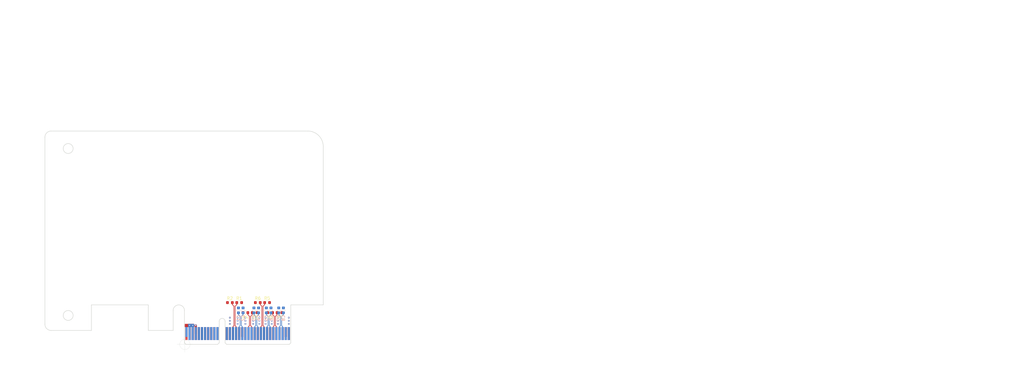
<source format=kicad_pcb>
(kicad_pcb (version 20240108) (generator "pcbnew") (generator_version "8.0")
  (title_block (title "PCIexpress_x16_full") (company "Author: Luca Anastasio"))
  (layers (0 "F.Cu" power) (1 "In1.Cu" power) (2 "In2.Cu" power) (31 "B.Cu" power) (34 "B.Paste" user) (35 "F.Paste" user) (36 "B.SilkS" user "B.Silkscreen") (37 "F.SilkS" user "F.Silkscreen") (38 "B.Mask" user) (39 "F.Mask" user) (44 "Edge.Cuts" user))
  (net 0 "")
  (net 1 "GND")
  (net 2 "Net-(J2-PadA32)")
  (net 3 "Net-(J2-PadA19)")
  (net 4 "+12V")
  (net 5 "+3V3")
  (net 6 "+3.3VA")
  (net 7 "Net-(J2-PadB12)")
  (net 8 "Net-(J2-PadB30)")
  (net 9 "/PER0_P")
  (net 10 "/PER0_N")
  (net 11 "/PER1_P")
  (net 12 "/PER1_N")
  (net 13 "/PER2_P")
  (net 14 "/PER2_N")
  (net 15 "/PER3_P")
  (net 16 "/PER3_N")
  (net 17 "/~{PRSNT2x4}")
  (net 18 "/PET3_N")
  (net 19 "/PET3_P")
  (net 20 "/PET2_N")
  (net 21 "/PET2_P")
  (net 22 "/PET1_N")
  (net 23 "/PET1_P")
  (net 24 "/SMCLK")
  (net 25 "/SMDAT")
  (net 26 "/~{TRST}")
  (net 27 "/~{WAKE}")
  (net 28 "/PET0_P")
  (net 29 "/PET0_N")
  (net 30 "/~{PRSNT2x1}")
  (net 31 "/~{PRSNT1}")
  (net 32 "/TCK")
  (net 33 "/TDI")
  (net 34 "/TDO")
  (net 35 "/TMS")
  (net 36 "/~{PERST}")
  (net 37 "/REFCLK-")
  (net 38 "/REFCLK+")
  (net 39 "/PCIexpress_connector/_PER0_P")
  (net 40 "/PCIexpress_connector/_PER0_N")
  (net 41 "/PCIexpress_connector/_PER1_P")
  (net 42 "/PCIexpress_connector/_PER1_N")
  (net 43 "/PCIexpress_connector/_PER2_P")
  (net 44 "/PCIexpress_connector/_PER2_N")
  (net 45 "/PCIexpress_connector/_PER3_P")
  (net 46 "/PCIexpress_connector/_PER3_N")
  (footprint "PCIexpress:PCIexpress_bracket_low" (layer "F.Cu") (at 109.625 194.125)
    (property "Reference" "J1" (hide yes))
    (property "Value" "PCIexpress_bracket")
  )
  (footprint "Resistor_SMD:R_0603_1608Metric" (layer "F.Cu") (at 127.125 180.625)
    (property "Reference" "R1" (at 0 -1.375 0) (layer "F.SilkS"))
    (property "Value" "49.9")
    (fp_line (start -0.162779 -0.51) (end 0.162779 -0.51) (stroke (width 0.12)) (layer "F.SilkS"))
    (fp_line (start -0.162779 0.51) (end 0.162779 0.51) (stroke (width 0.12)) (layer "F.SilkS"))
    (pad "1" smd roundrect (at -0.7875 0) (size 0.875 0.95) (layers "F.Cu" "F.Paste" "F.Mask") (net 29 "/PET0_N"))
    (pad "2" smd roundrect (at 0.7875 0) (size 0.875 0.95) (layers "F.Cu" "F.Paste" "F.Mask") (net 1 "GND"))
  )
  (footprint "Resistor_SMD:R_0603_1608Metric" (layer "F.Cu") (at 124.125 180.625 180)
    (property "Reference" "R2" (at 0 1.375 0) (layer "F.SilkS"))
    (property "Value" "49.9")
    (fp_line (start -0.162779 0.51) (end 0.162779 0.51) (stroke (width 0.12)) (layer "F.SilkS"))
    (fp_line (start -0.162779 -0.51) (end 0.162779 -0.51) (stroke (width 0.12)) (layer "F.SilkS"))
    (pad "1" smd roundrect (at -0.7875 0 180) (size 0.875 0.95) (layers "F.Cu" "F.Paste" "F.Mask") (net 28 "/PET0_P"))
    (pad "2" smd roundrect (at 0.7875 0 180) (size 0.875 0.95) (layers "F.Cu" "F.Paste" "F.Mask") (net 1 "GND"))
  )
  (footprint "Resistor_SMD:R_0603_1608Metric" (layer "F.Cu") (at 136.125 180.625)
    (property "Reference" "R5" (at 0 -1.375 0) (layer "F.SilkS"))
    (property "Value" "49.9")
    (fp_line (start -0.162779 -0.51) (end 0.162779 -0.51) (stroke (width 0.12)) (layer "F.SilkS"))
    (fp_line (start -0.162779 0.51) (end 0.162779 0.51) (stroke (width 0.12)) (layer "F.SilkS"))
    (pad "1" smd roundrect (at -0.7875 0) (size 0.875 0.95) (layers "F.Cu" "F.Paste" "F.Mask") (net 20 "/PET2_N"))
    (pad "2" smd roundrect (at 0.7875 0) (size 0.875 0.95) (layers "F.Cu" "F.Paste" "F.Mask") (net 1 "GND"))
  )
  (footprint "Resistor_SMD:R_0603_1608Metric" (layer "F.Cu") (at 133.125 180.625 180)
    (property "Reference" "R6" (at 0 1.375 0) (layer "F.SilkS"))
    (property "Value" "49.9")
    (fp_line (start -0.162779 0.51) (end 0.162779 0.51) (stroke (width 0.12)) (layer "F.SilkS"))
    (fp_line (start -0.162779 -0.51) (end 0.162779 -0.51) (stroke (width 0.12)) (layer "F.SilkS"))
    (pad "1" smd roundrect (at -0.7875 0 180) (size 0.875 0.95) (layers "F.Cu" "F.Paste" "F.Mask") (net 21 "/PET2_P"))
    (pad "2" smd roundrect (at 0.7875 0 180) (size 0.875 0.95) (layers "F.Cu" "F.Paste" "F.Mask") (net 1 "GND"))
  )
  (footprint "Resistor_SMD:R_0603_1608Metric" (layer "F.Cu") (at 140.125 183.875)
    (property "Reference" "R7" (at 0 1.5 0) (layer "F.SilkS"))
    (property "Value" "49.9")
    (fp_line (start -0.162779 -0.51) (end 0.162779 -0.51) (stroke (width 0.12)) (layer "F.SilkS"))
    (fp_line (start -0.162779 0.51) (end 0.162779 0.51) (stroke (width 0.12)) (layer "F.SilkS"))
    (pad "1" smd roundrect (at -0.7875 0) (size 0.875 0.95) (layers "F.Cu" "F.Paste" "F.Mask") (net 18 "/PET3_N"))
    (pad "2" smd roundrect (at 0.7875 0) (size 0.875 0.95) (layers "F.Cu" "F.Paste" "F.Mask") (net 1 "GND"))
  )
  (footprint "Resistor_SMD:R_0603_1608Metric" (layer "F.Cu") (at 137.125 183.875 180)
    (property "Reference" "R8" (at 0 -1.5 0) (layer "F.SilkS"))
    (property "Value" "49.9")
    (fp_line (start -0.162779 0.51) (end 0.162779 0.51) (stroke (width 0.12)) (layer "F.SilkS"))
    (fp_line (start -0.162779 -0.51) (end 0.162779 -0.51) (stroke (width 0.12)) (layer "F.SilkS"))
    (pad "1" smd roundrect (at -0.7875 0 180) (size 0.875 0.95) (layers "F.Cu" "F.Paste" "F.Mask") (net 19 "/PET3_P"))
    (pad "2" smd roundrect (at 0.7875 0 180) (size 0.875 0.95) (layers "F.Cu" "F.Paste" "F.Mask") (net 1 "GND"))
  )
  (footprint "Resistor_SMD:R_0603_1608Metric" (layer "F.Cu") (at 129.125 183.875 180)
    (property "Reference" "R4" (at 0 -1.5 0) (layer "F.SilkS"))
    (property "Value" "49.9")
    (fp_line (start -0.162779 0.51) (end 0.162779 0.51) (stroke (width 0.12)) (layer "F.SilkS"))
    (fp_line (start -0.162779 -0.51) (end 0.162779 -0.51) (stroke (width 0.12)) (layer "F.SilkS"))
    (pad "1" smd roundrect (at -0.7875 0 180) (size 0.875 0.95) (layers "F.Cu" "F.Paste" "F.Mask") (net 23 "/PET1_P"))
    (pad "2" smd roundrect (at 0.7875 0 180) (size 0.875 0.95) (layers "F.Cu" "F.Paste" "F.Mask") (net 1 "GND"))
  )
  (footprint "Resistor_SMD:R_0603_1608Metric" (layer "F.Cu") (at 132.125 183.875)
    (property "Reference" "R3" (at 0 1.5 0) (layer "F.SilkS"))
    (property "Value" "49.9")
    (fp_line (start -0.162779 -0.51) (end 0.162779 -0.51) (stroke (width 0.12)) (layer "F.SilkS"))
    (fp_line (start -0.162779 0.51) (end 0.162779 0.51) (stroke (width 0.12)) (layer "F.SilkS"))
    (pad "1" smd roundrect (at -0.7875 0) (size 0.875 0.95) (layers "F.Cu" "F.Paste" "F.Mask") (net 22 "/PET1_N"))
    (pad "2" smd roundrect (at 0.7875 0) (size 0.875 0.95) (layers "F.Cu" "F.Paste" "F.Mask") (net 1 "GND"))
  )
  (footprint "PCIexpress:PCIexpress_x4" (layer "F.Cu") (at 109.625 194.125)
    (property "Reference" "J2" (hide yes))
    (property "Value" "PCIexpress_x4")
    (pad "A1" connect rect (at 0.5 -4) (size 0.7 3.2) (layers "B.Cu") (net 31 "/~{PRSNT1}"))
    (pad "A2" connect rect (at 1.5 -3.5) (size 0.7 4.2) (layers "B.Cu") (net 4 "+12V"))
    (pad "A3" connect rect (at 2.5 -3.5) (size 0.7 4.2) (layers "B.Cu") (net 4 "+12V"))
    (pad "A4" connect rect (at 3.5 -3.5) (size 0.7 4.2) (layers "B.Cu") (net 1 "GND"))
    (pad "A5" connect rect (at 4.5 -3.5) (size 0.7 4.2) (layers "B.Cu") (net 32 "/TCK"))
    (pad "A6" connect rect (at 5.5 -3.5) (size 0.7 4.2) (layers "B.Cu") (net 33 "/TDI"))
    (pad "A7" connect rect (at 6.5 -3.5) (size 0.7 4.2) (layers "B.Cu") (net 34 "/TDO"))
    (pad "A8" connect rect (at 7.5 -3.5) (size 0.7 4.2) (layers "B.Cu") (net 35 "/TMS"))
    (pad "A9" connect rect (at 8.5 -3.5) (size 0.7 4.2) (layers "B.Cu") (net 5 "+3V3"))
    (pad "A10" connect rect (at 9.5 -3.5) (size 0.7 4.2) (layers "B.Cu") (net 5 "+3V3"))
    (pad "A11" connect rect (at 10.5 -3.5) (size 0.7 4.2) (layers "B.Cu") (net 36 "/~{PERST}"))
    (pad "A12" connect rect (at 13.5 -3.5) (size 0.7 4.2) (layers "B.Cu") (net 1 "GND"))
    (pad "A13" connect rect (at 14.5 -3.5) (size 0.7 4.2) (layers "B.Cu") (net 38 "/REFCLK+"))
    (pad "A14" connect rect (at 15.5 -3.5) (size 0.7 4.2) (layers "B.Cu") (net 37 "/REFCLK-"))
    (pad "A15" connect rect (at 16.5 -3.5) (size 0.7 4.2) (layers "B.Cu") (net 1 "GND"))
    (pad "A16" connect rect (at 17.5 -3.5) (size 0.7 4.2) (layers "B.Cu") (net 39 "/PCIexpress_connector/_PER0_P"))
    (pad "A17" connect rect (at 18.5 -3.5) (size 0.7 4.2) (layers "B.Cu") (net 40 "/PCIexpress_connector/_PER0_N"))
    (pad "A18" connect rect (at 19.5 -3.5) (size 0.7 4.2) (layers "B.Cu") (net 1 "GND"))
    (pad "A19" connect rect (at 20.5 -3.5) (size 0.7 4.2) (layers "B.Cu") (net 3 "Net-(J2-PadA19)"))
    (pad "A20" connect rect (at 21.5 -3.5) (size 0.7 4.2) (layers "B.Cu") (net 1 "GND"))
    (pad "A21" connect rect (at 22.5 -3.5) (size 0.7 4.2) (layers "B.Cu") (net 41 "/PCIexpress_connector/_PER1_P"))
    (pad "A22" connect rect (at 23.5 -3.5) (size 0.7 4.2) (layers "B.Cu") (net 42 "/PCIexpress_connector/_PER1_N"))
    (pad "A23" connect rect (at 24.5 -3.5) (size 0.7 4.2) (layers "B.Cu") (net 1 "GND"))
    (pad "A24" connect rect (at 25.5 -3.5) (size 0.7 4.2) (layers "B.Cu") (net 1 "GND"))
    (pad "A25" connect rect (at 26.5 -3.5) (size 0.7 4.2) (layers "B.Cu") (net 43 "/PCIexpress_connector/_PER2_P"))
    (pad "A26" connect rect (at 27.5 -3.5) (size 0.7 4.2) (layers "B.Cu") (net 44 "/PCIexpress_connector/_PER2_N"))
    (pad "A27" connect rect (at 28.5 -3.5) (size 0.7 4.2) (layers "B.Cu") (net 1 "GND"))
    (pad "A28" connect rect (at 29.5 -3.5) (size 0.7 4.2) (layers "B.Cu") (net 1 "GND"))
    (pad "A29" connect rect (at 30.5 -3.5) (size 0.7 4.2) (layers "B.Cu") (net 45 "/PCIexpress_connector/_PER3_P"))
    (pad "A30" connect rect (at 31.5 -3.5) (size 0.7 4.2) (layers "B.Cu") (net 46 "/PCIexpress_connector/_PER3_N"))
    (pad "A31" connect rect (at 32.5 -3.5) (size 0.7 4.2) (layers "B.Cu") (net 1 "GND"))
    (pad "A32" connect rect (at 33.5 -3.5) (size 0.7 4.2) (layers "B.Cu") (net 2 "Net-(J2-PadA32)"))
    (pad "B1" connect rect (at 0.5 -3.5) (size 0.7 4.2) (layers "F.Cu") (net 4 "+12V"))
    (pad "B2" connect rect (at 1.5 -3.5) (size 0.7 4.2) (layers "F.Cu") (net 4 "+12V"))
    (pad "B3" connect rect (at 2.5 -3.5) (size 0.7 4.2) (layers "F.Cu") (net 4 "+12V"))
    (pad "B4" connect rect (at 3.5 -3.5) (size 0.7 4.2) (layers "F.Cu") (net 1 "GND"))
    (pad "B5" connect rect (at 4.5 -3.5) (size 0.7 4.2) (layers "F.Cu") (net 24 "/SMCLK"))
    (pad "B6" connect rect (at 5.5 -3.5) (size 0.7 4.2) (layers "F.Cu") (net 25 "/SMDAT"))
    (pad "B7" connect rect (at 6.5 -3.5) (size 0.7 4.2) (layers "F.Cu") (net 1 "GND"))
    (pad "B8" connect rect (at 7.5 -3.5) (size 0.7 4.2) (layers "F.Cu") (net 5 "+3V3"))
    (pad "B9" connect rect (at 8.5 -3.5) (size 0.7 4.2) (layers "F.Cu") (net 26 "/~{TRST}"))
    (pad "B10" connect rect (at 9.5 -3.5) (size 0.7 4.2) (layers "F.Cu") (net 6 "+3.3VA"))
    (pad "B11" connect rect (at 10.5 -3.5) (size 0.7 4.2) (layers "F.Cu") (net 27 "/~{WAKE}"))
    (pad "B12" connect rect (at 13.5 -3.5) (size 0.7 4.2) (layers "F.Cu") (net 7 "Net-(J2-PadB12)"))
    (pad "B13" connect rect (at 14.5 -3.5) (size 0.7 4.2) (layers "F.Cu") (net 1 "GND"))
    (pad "B14" connect rect (at 15.5 -3.5) (size 0.7 4.2) (layers "F.Cu") (net 28 "/PET0_P"))
    (pad "B15" connect rect (at 16.5 -3.5) (size 0.7 4.2) (layers "F.Cu") (net 29 "/PET0_N"))
    (pad "B16" connect rect (at 17.5 -3.5) (size 0.7 4.2) (layers "F.Cu") (net 1 "GND"))
    (pad "B17" connect rect (at 18.5 -4) (size 0.7 3.2) (layers "F.Cu") (net 30 "/~{PRSNT2x1}"))
    (pad "B18" connect rect (at 19.5 -3.5) (size 0.7 4.2) (layers "F.Cu") (net 1 "GND"))
    (pad "B19" connect rect (at 20.5 -3.5) (size 0.7 4.2) (layers "F.Cu") (net 23 "/PET1_P"))
    (pad "B20" connect rect (at 21.5 -3.5) (size 0.7 4.2) (layers "F.Cu") (net 22 "/PET1_N"))
    (pad "B21" connect rect (at 22.5 -3.5) (size 0.7 4.2) (layers "F.Cu") (net 1 "GND"))
    (pad "B22" connect rect (at 23.5 -3.5) (size 0.7 4.2) (layers "F.Cu") (net 1 "GND"))
    (pad "B23" connect rect (at 24.5 -3.5) (size 0.7 4.2) (layers "F.Cu") (net 21 "/PET2_P"))
    (pad "B24" connect rect (at 25.5 -3.5) (size 0.7 4.2) (layers "F.Cu") (net 20 "/PET2_N"))
    (pad "B25" connect rect (at 26.5 -3.5) (size 0.7 4.2) (layers "F.Cu") (net 1 "GND"))
    (pad "B26" connect rect (at 27.5 -3.5) (size 0.7 4.2) (layers "F.Cu") (net 1 "GND"))
    (pad "B27" connect rect (at 28.5 -3.5) (size 0.7 4.2) (layers "F.Cu") (net 19 "/PET3_P"))
    (pad "B28" connect rect (at 29.5 -3.5) (size 0.7 4.2) (layers "F.Cu") (net 18 "/PET3_N"))
    (pad "B29" connect rect (at 30.5 -3.5) (size 0.7 4.2) (layers "F.Cu") (net 1 "GND"))
    (pad "B30" connect rect (at 31.5 -3.5) (size 0.7 4.2) (layers "F.Cu") (net 8 "Net-(J2-PadB30)"))
    (pad "B31" connect rect (at 32.5 -4) (size 0.7 3.2) (layers "F.Cu") (net 17 "/~{PRSNT2x4}"))
    (pad "B32" connect rect (at 33.5 -3.5) (size 0.7 4.2) (layers "F.Cu") (net 1 "GND"))
  )
  (footprint "Capacitor_SMD:C_0603_1608Metric" (layer "B.Cu") (at 126.875 183.125 -90)
    (property "Reference" "C1" (at 2.5 0 90) (layer "B.SilkS") (effects (justify mirror)))
    (property "Value" "100n")
    (fp_line (start -0.162779 0.51) (end 0.162779 0.51) (stroke (width 0.12)) (layer "B.SilkS"))
    (fp_line (start -0.162779 -0.51) (end 0.162779 -0.51) (stroke (width 0.12)) (layer "B.SilkS"))
    (pad "1" smd roundrect (at -0.7875 0 270) (size 0.875 0.95) (layers "B.Cu" "B.Paste" "B.Mask") (net 9 "/PER0_P"))
    (pad "2" smd roundrect (at 0.7875 0 270) (size 0.875 0.95) (layers "B.Cu" "B.Paste" "B.Mask") (net 39 "/PCIexpress_connector/_PER0_P"))
  )
  (footprint "Capacitor_SMD:C_0603_1608Metric" (layer "B.Cu") (at 128.375 183.125 90)
    (property "Reference" "C2" (at -2.5 0 90) (layer "B.SilkS") (effects (justify mirror)))
    (property "Value" "100n")
    (fp_line (start -0.162779 -0.51) (end 0.162779 -0.51) (stroke (width 0.12)) (layer "B.SilkS"))
    (fp_line (start -0.162779 0.51) (end 0.162779 0.51) (stroke (width 0.12)) (layer "B.SilkS"))
    (pad "1" smd roundrect (at -0.7875 0 90) (size 0.875 0.95) (layers "B.Cu" "B.Paste" "B.Mask") (net 40 "/PCIexpress_connector/_PER0_N"))
    (pad "2" smd roundrect (at 0.7875 0 90) (size 0.875 0.95) (layers "B.Cu" "B.Paste" "B.Mask") (net 10 "/PER0_N"))
  )
  (footprint "Capacitor_SMD:C_0603_1608Metric" (layer "B.Cu") (at 131.875 183.125 -90)
    (property "Reference" "C3" (at 2.5 0 90) (layer "B.SilkS") (effects (justify mirror)))
    (property "Value" "100n")
    (fp_line (start -0.162779 0.51) (end 0.162779 0.51) (stroke (width 0.12)) (layer "B.SilkS"))
    (fp_line (start -0.162779 -0.51) (end 0.162779 -0.51) (stroke (width 0.12)) (layer "B.SilkS"))
    (pad "1" smd roundrect (at -0.7875 0 270) (size 0.875 0.95) (layers "B.Cu" "B.Paste" "B.Mask") (net 11 "/PER1_P"))
    (pad "2" smd roundrect (at 0.7875 0 270) (size 0.875 0.95) (layers "B.Cu" "B.Paste" "B.Mask") (net 41 "/PCIexpress_connector/_PER1_P"))
  )
  (footprint "Capacitor_SMD:C_0603_1608Metric" (layer "B.Cu") (at 133.375 183.125 90)
    (property "Reference" "C4" (at -2.5 0 90) (layer "B.SilkS") (effects (justify mirror)))
    (property "Value" "100n")
    (fp_line (start -0.162779 -0.51) (end 0.162779 -0.51) (stroke (width 0.12)) (layer "B.SilkS"))
    (fp_line (start -0.162779 0.51) (end 0.162779 0.51) (stroke (width 0.12)) (layer "B.SilkS"))
    (pad "1" smd roundrect (at -0.7875 0 90) (size 0.875 0.95) (layers "B.Cu" "B.Paste" "B.Mask") (net 42 "/PCIexpress_connector/_PER1_N"))
    (pad "2" smd roundrect (at 0.7875 0 90) (size 0.875 0.95) (layers "B.Cu" "B.Paste" "B.Mask") (net 12 "/PER1_N"))
  )
  (footprint "Capacitor_SMD:C_0603_1608Metric" (layer "B.Cu") (at 135.875 183.125 -90)
    (property "Reference" "C5" (at 2.5 0 90) (layer "B.SilkS") (effects (justify mirror)))
    (property "Value" "100n")
    (fp_line (start -0.162779 0.51) (end 0.162779 0.51) (stroke (width 0.12)) (layer "B.SilkS"))
    (fp_line (start -0.162779 -0.51) (end 0.162779 -0.51) (stroke (width 0.12)) (layer "B.SilkS"))
    (pad "1" smd roundrect (at -0.7875 0 270) (size 0.875 0.95) (layers "B.Cu" "B.Paste" "B.Mask") (net 13 "/PER2_P"))
    (pad "2" smd roundrect (at 0.7875 0 270) (size 0.875 0.95) (layers "B.Cu" "B.Paste" "B.Mask") (net 43 "/PCIexpress_connector/_PER2_P"))
  )
  (footprint "Capacitor_SMD:C_0603_1608Metric" (layer "B.Cu") (at 137.375 183.125 90)
    (property "Reference" "C6" (at -2.5 0 90) (layer "B.SilkS") (effects (justify mirror)))
    (property "Value" "100n")
    (fp_line (start -0.162779 -0.51) (end 0.162779 -0.51) (stroke (width 0.12)) (layer "B.SilkS"))
    (fp_line (start -0.162779 0.51) (end 0.162779 0.51) (stroke (width 0.12)) (layer "B.SilkS"))
    (pad "1" smd roundrect (at -0.7875 0 90) (size 0.875 0.95) (layers "B.Cu" "B.Paste" "B.Mask") (net 44 "/PCIexpress_connector/_PER2_N"))
    (pad "2" smd roundrect (at 0.7875 0 90) (size 0.875 0.95) (layers "B.Cu" "B.Paste" "B.Mask") (net 14 "/PER2_N"))
  )
  (footprint "Capacitor_SMD:C_0603_1608Metric" (layer "B.Cu") (at 139.875 183.125 -90)
    (property "Reference" "C7" (at 2.5 0 90) (layer "B.SilkS") (effects (justify mirror)))
    (property "Value" "100n")
    (fp_line (start -0.162779 0.51) (end 0.162779 0.51) (stroke (width 0.12)) (layer "B.SilkS"))
    (fp_line (start -0.162779 -0.51) (end 0.162779 -0.51) (stroke (width 0.12)) (layer "B.SilkS"))
    (pad "1" smd roundrect (at -0.7875 0 270) (size 0.875 0.95) (layers "B.Cu" "B.Paste" "B.Mask") (net 15 "/PER3_P"))
    (pad "2" smd roundrect (at 0.7875 0 270) (size 0.875 0.95) (layers "B.Cu" "B.Paste" "B.Mask") (net 45 "/PCIexpress_connector/_PER3_P"))
  )
  (footprint "Capacitor_SMD:C_0603_1608Metric" (layer "B.Cu") (at 141.375 183.125 90)
    (property "Reference" "C8" (at -2.5 0 90) (layer "B.SilkS") (effects (justify mirror)))
    (property "Value" "100n")
    (fp_line (start -0.162779 -0.51) (end 0.162779 -0.51) (stroke (width 0.12)) (layer "B.SilkS"))
    (fp_line (start -0.162779 0.51) (end 0.162779 0.51) (stroke (width 0.12)) (layer "B.SilkS"))
    (pad "1" smd roundrect (at -0.7875 0 90) (size 0.875 0.95) (layers "B.Cu" "B.Paste" "B.Mask") (net 46 "/PCIexpress_connector/_PER3_N"))
    (pad "2" smd roundrect (at 0.7875 0 90) (size 0.875 0.95) (layers "B.Cu" "B.Paste" "B.Mask") (net 16 "/PER3_N"))
  )
  (gr_arc (start 66.475 189.625) (mid 65.060786 189.039214) (end 64.475 187.625) (stroke (width 0.15)) (layer "Edge.Cuts"))
  (gr_line (start 97.825 189.625) (end 105.825 189.625) (stroke (width 0.15)) (layer "Edge.Cuts"))
  (gr_arc (start 149.225 125.225) (mid 152.760534 126.689466) (end 154.225 130.225) (stroke (width 0.15)) (layer "Edge.Cuts"))
  (gr_circle (center 71.975 184.775) (end 73.575 184.775) (stroke (width 0.15)) (fill none) (layer "Edge.Cuts"))
  (gr_line (start 149.225 125.225) (end 66.475 125.225) (stroke (width 0.15)) (layer "Edge.Cuts"))
  (gr_line (start 109.975 194.125) (end 120.175 194.125) (stroke (width 0.15)) (layer "Edge.Cuts"))
  (gr_line (start 79.475 189.625) (end 79.475 181.375) (stroke (width 0.15)) (layer "Edge.Cuts"))
  (gr_line (start 143.775 181.375) (end 143.775 193.625) (stroke (width 0.15)) (layer "Edge.Cuts"))
  (gr_arc (start 105.825 183.2) (mid 107.65 181.375) (end 109.475 183.2) (stroke (width 0.15)) (layer "Edge.Cuts"))
  (gr_arc (start 64.475 127.225) (mid 65.060786 125.810786) (end 66.475 125.225) (stroke (width 0.15)) (layer "Edge.Cuts"))
  (gr_line (start 66.475 189.625) (end 79.475 189.625) (stroke (width 0.15)) (layer "Edge.Cuts"))
  (gr_line (start 79.475 181.375) (end 97.825 181.375) (stroke (width 0.15)) (layer "Edge.Cuts"))
  (gr_line (start 143.275 194.125) (end 123.075 194.125) (stroke (width 0.15)) (layer "Edge.Cuts"))
  (gr_circle (center 71.975 130.875) (end 73.575 130.875) (stroke (width 0.15)) (fill none) (layer "Edge.Cuts"))
  (gr_line (start 120.175 194.125) (end 120.675 193.625) (stroke (width 0.15)) (layer "Edge.Cuts"))
  (gr_line (start 154.225 181.375) (end 154.225 130.225) (stroke (width 0.15)) (layer "Edge.Cuts"))
  (gr_line (start 97.825 181.375) (end 97.825 189.625) (stroke (width 0.15)) (layer "Edge.Cuts"))
  (gr_line (start 122.575 193.625) (end 123.075 194.125) (stroke (width 0.15)) (layer "Edge.Cuts"))
  (gr_line (start 109.475 193.625) (end 109.975 194.125) (stroke (width 0.15)) (layer "Edge.Cuts"))
  (gr_line (start 109.475 183.2) (end 109.475 193.625) (stroke (width 0.15)) (layer "Edge.Cuts"))
  (gr_line (start 154.225 181.375) (end 143.775 181.375) (stroke (width 0.15)) (layer "Edge.Cuts"))
  (gr_line (start 143.775 193.625) (end 143.275 194.125) (stroke (width 0.15)) (layer "Edge.Cuts"))
  (gr_line (start 120.675 193.625) (end 120.675 186.675) (stroke (width 0.15)) (layer "Edge.Cuts"))
  (gr_line (start 122.575 186.675) (end 122.575 193.625) (stroke (width 0.15)) (layer "Edge.Cuts"))
  (gr_line (start 105.825 189.625) (end 105.825 183.2) (stroke (width 0.15)) (layer "Edge.Cuts"))
  (gr_arc (start 120.675 186.675) (mid 121.625 185.725) (end 122.575 186.675) (stroke (width 0.15)) (layer "Edge.Cuts"))
  (gr_line (start 64.475 127.225) (end 64.475 187.625) (stroke (width 0.15)) (layer "Edge.Cuts"))
  (target plus (at 109.625 194.125) (size 5) (width 0.05) (layer "Edge.Cuts"))
  (segment (start 113.125 188.125) (end 113.125 188.125) (width 0.7) (layer "F.Cu") (net 1))
  (segment (start 113.125 190.625) (end 113.125 188) (width 0.7) (layer "F.Cu") (net 1))
  (via (at 124.125 185.5) (size 0.55) (drill 0.3) (layers "F.Cu" "B.Cu") (net 1))
  (via (at 143.125 185.5) (size 0.55) (drill 0.3) (layers "F.Cu" "B.Cu") (net 1))
  (via (at 135.625 185.5) (size 0.55) (drill 0.3) (layers "F.Cu" "B.Cu") (net 1))
  (via (at 139.625 185.5) (size 0.55) (drill 0.3) (layers "F.Cu" "B.Cu") (net 1))
  (via (at 133.625 185.5) (size 0.55) (drill 0.3) (layers "F.Cu" "B.Cu") (net 1))
  (via (at 129.125 185.5) (size 0.55) (drill 0.3) (layers "F.Cu" "B.Cu") (net 1))
  (via (at 126.625 185.5) (size 0.55) (drill 0.3) (layers "F.Cu" "B.Cu") (net 1))
  (via (at 131.625 185.5) (size 0.55) (drill 0.3) (layers "F.Cu" "B.Cu") (net 1))
  (via (at 137.625 185.5) (size 0.55) (drill 0.3) (layers "F.Cu" "B.Cu") (net 1))
  (via (at 131.625 186.5) (size 0.55) (drill 0.3) (layers "F.Cu" "B.Cu") (net 1))
  (via (at 143.125 186.5) (size 0.55) (drill 0.3) (layers "F.Cu" "B.Cu") (net 1))
  (via (at 135.625 186.5) (size 0.55) (drill 0.3) (layers "F.Cu" "B.Cu") (net 1))
  (via (at 133.625 187.5) (size 0.55) (drill 0.3) (layers "F.Cu" "B.Cu") (net 1))
  (via (at 133.625 186.5) (size 0.55) (drill 0.3) (layers "F.Cu" "B.Cu") (net 1))
  (via (at 129.125 187.5) (size 0.55) (drill 0.3) (layers "F.Cu" "B.Cu") (net 1))
  (via (at 113.125 188) (size 0.55) (drill 0.3) (layers "F.Cu" "B.Cu") (net 1))
  (via (at 137.625 186.5) (size 0.55) (drill 0.3) (layers "F.Cu" "B.Cu") (net 1))
  (via (at 126.625 186.5) (size 0.55) (drill 0.3) (layers "F.Cu" "B.Cu") (net 1))
  (via (at 131.625 187.5) (size 0.55) (drill 0.3) (layers "F.Cu" "B.Cu") (net 1))
  (via (at 124.125 187.5) (size 0.55) (drill 0.3) (layers "F.Cu" "B.Cu") (net 1))
  (via (at 124.125 186.5) (size 0.55) (drill 0.3) (layers "F.Cu" "B.Cu") (net 1))
  (via (at 137.625 187.5) (size 0.55) (drill 0.3) (layers "F.Cu" "B.Cu") (net 1))
  (via (at 139.625 186.5) (size 0.55) (drill 0.3) (layers "F.Cu" "B.Cu") (net 1))
  (via (at 135.625 187.5) (size 0.55) (drill 0.3) (layers "F.Cu" "B.Cu") (net 1))
  (via (at 126.625 187.5) (size 0.55) (drill 0.3) (layers "F.Cu" "B.Cu") (net 1))
  (via (at 129.125 186.5) (size 0.55) (drill 0.3) (layers "F.Cu" "B.Cu") (net 1))
  (via (at 139.625 187.5) (size 0.55) (drill 0.3) (layers "F.Cu" "B.Cu") (net 1))
  (via (at 143.125 187.5) (size 0.55) (drill 0.3) (layers "F.Cu" "B.Cu") (net 1))
  (segment (start 111.125 190.625) (end 111.125 188) (width 0.0889) (layer "F.Cu") (net 4))
  (via (at 111.125 188) (size 0.55) (drill 0.3) (layers "F.Cu" "B.Cu") (net 4))
  (via (at 112.125 188) (size 0.55) (drill 0.3) (layers "F.Cu" "B.Cu") (net 4))
  (segment (start 139.3375 184.5375) (end 139.3375 183.875) (width 0.2) (layer "F.Cu") (net 18))
  (segment (start 139.125 188.375) (end 138.825 188.075) (width 0.2) (layer "F.Cu") (net 18))
  (segment (start 138.825 188.075) (end 138.825 185.05) (width 0.2) (layer "F.Cu") (net 18))
  (segment (start 139.125 190.625) (end 139.125 188.375) (width 0.2) (layer "F.Cu") (net 18))
  (segment (start 138.825 185.05) (end 139.3375 184.5375) (width 0.2) (layer "F.Cu") (net 18))
  (segment (start 138.425 185.05) (end 137.9125 184.5375) (width 0.2) (layer "F.Cu") (net 19))
  (segment (start 138.125 188.375) (end 138.425 188.075) (width 0.2) (layer "F.Cu") (net 19))
  (segment (start 138.125 190.625) (end 138.125 188.375) (width 0.2) (layer "F.Cu") (net 19))
  (segment (start 137.9125 184.5375) (end 137.9125 183.875) (width 0.2) (layer "F.Cu") (net 19))
  (segment (start 138.425 188.075) (end 138.425 185.05) (width 0.2) (layer "F.Cu") (net 19))
  (segment (start 134.825 181.8) (end 134.825 188.075) (width 0.2) (layer "F.Cu") (net 20))
  (segment (start 135.125 188.375) (end 135.125 190.625) (width 0.2) (layer "F.Cu") (net 20))
  (segment (start 135.3375 181.2875) (end 134.825 181.8) (width 0.2) (layer "F.Cu") (net 20))
  (segment (start 135.3375 180.625) (end 135.3375 181.2875) (width 0.2) (layer "F.Cu") (net 20))
  (segment (start 134.825 188.075) (end 135.125 188.375) (width 0.2) (layer "F.Cu") (net 20))
  (segment (start 133.9125 181.26875) (end 134.425 181.78125) (width 0.2) (layer "F.Cu") (net 21))
  (segment (start 134.425 181.78125) (end 134.425 188.075) (width 0.2) (layer "F.Cu") (net 21))
  (segment (start 134.425 188.075) (end 134.125 188.375) (width 0.2) (layer "F.Cu") (net 21))
  (segment (start 133.9125 180.625) (end 133.9125 181.26875) (width 0.2) (layer "F.Cu") (net 21))
  (segment (start 134.125 188.375) (end 134.125 190.625) (width 0.2) (layer "F.Cu") (net 21))
  (segment (start 130.825 185.05) (end 131.3375 184.5375) (width 0.2) (layer "F.Cu") (net 22))
  (segment (start 131.125 188.375) (end 130.825 188.075) (width 0.2) (layer "F.Cu") (net 22))
  (segment (start 130.825 188.075) (end 130.825 185.05) (width 0.2) (layer "F.Cu") (net 22))
  (segment (start 131.125 190.625) (end 131.125 188.375) (width 0.2) (layer "F.Cu") (net 22))
  (segment (start 131.3375 184.5375) (end 131.3375 183.875) (width 0.2) (layer "F.Cu") (net 22))
  (segment (start 130.425 188.075) (end 130.425 185.05) (width 0.2) (layer "F.Cu") (net 23))
  (segment (start 130.125 188.375) (end 130.425 188.075) (width 0.2) (layer "F.Cu") (net 23))
  (segment (start 129.9125 184.5375) (end 129.9125 183.875) (width 0.2) (layer "F.Cu") (net 23))
  (segment (start 130.425 185.05) (end 129.9125 184.5375) (width 0.2) (layer "F.Cu") (net 23))
  (segment (start 130.125 190.625) (end 130.125 188.375) (width 0.2) (layer "F.Cu") (net 23))
  (segment (start 125.125 188.375) (end 125.425 188.075) (width 0.2) (layer "F.Cu") (net 28))
  (segment (start 125.125 190.625) (end 125.125 188.375) (width 0.2) (layer "F.Cu") (net 28))
  (segment (start 125.425 181.78125) (end 124.9125 181.26875) (width 0.2) (layer "F.Cu") (net 28))
  (segment (start 125.425 188.075) (end 125.425 181.78125) (width 0.2) (layer "F.Cu") (net 28))
  (segment (start 124.9125 181.26875) (end 124.9125 180.625) (width 0.2) (layer "F.Cu") (net 28))
  (segment (start 126.125 188.375) (end 125.825 188.075) (width 0.2) (layer "F.Cu") (net 29))
  (segment (start 126.3375 181.2875) (end 126.3375 180.625) (width 0.2) (layer "F.Cu") (net 29))
  (segment (start 125.825 188.075) (end 125.825 181.8) (width 0.2) (layer "F.Cu") (net 29))
  (segment (start 126.125 190.625) (end 126.125 188.375) (width 0.2) (layer "F.Cu") (net 29))
  (segment (start 125.825 181.8) (end 126.3375 181.2875) (width 0.2) (layer "F.Cu") (net 29))
  (segment (start 127.425 188.075) (end 127.125 188.375) (width 0.2) (layer "B.Cu") (net 39))
  (segment (start 126.875 183.9125) (end 126.875 184.5) (width 0.2) (layer "B.Cu") (net 39))
  (segment (start 126.875 184.5) (end 127.425 185.05) (width 0.2) (layer "B.Cu") (net 39))
  (segment (start 127.125 188.375) (end 127.125 190.625) (width 0.2) (layer "B.Cu") (net 39))
  (segment (start 127.425 185.05) (end 127.425 188.075) (width 0.2) (layer "B.Cu") (net 39))
  (segment (start 128.375 183.9125) (end 128.375 184.5) (width 0.2) (layer "B.Cu") (net 40))
  (segment (start 128.375 184.5) (end 127.825 185.05) (width 0.2) (layer "B.Cu") (net 40))
  (segment (start 127.825 185.05) (end 127.825 188.075) (width 0.2) (layer "B.Cu") (net 40))
  (segment (start 127.825 188.075) (end 128.125 188.375) (width 0.2) (layer "B.Cu") (net 40))
  (segment (start 128.125 188.375) (end 128.125 190.625) (width 0.2) (layer "B.Cu") (net 40))
  (segment (start 132.425 188.075) (end 132.125 188.375) (width 0.2) (layer "B.Cu") (net 41))
  (segment (start 132.425 185.05) (end 132.425 188.075) (width 0.2) (layer "B.Cu") (net 41))
  (segment (start 131.875 184.5) (end 132.425 185.05) (width 0.2) (layer "B.Cu") (net 41))
  (segment (start 132.125 188.375) (end 132.125 190.625) (width 0.2) (layer "B.Cu") (net 41))
  (segment (start 131.875 183.9125) (end 131.875 184.5) (width 0.2) (layer "B.Cu") (net 41))
  (segment (start 133.125 188.375) (end 133.125 190.625) (width 0.2) (layer "B.Cu") (net 42))
  (segment (start 132.825 185.05) (end 132.825 188.075) (width 0.2) (layer "B.Cu") (net 42))
  (segment (start 133.375 184.5) (end 132.825 185.05) (width 0.2) (layer "B.Cu") (net 42))
  (segment (start 133.375 183.9125) (end 133.375 184.5) (width 0.2) (layer "B.Cu") (net 42))
  (segment (start 132.825 188.075) (end 133.125 188.375) (width 0.2) (layer "B.Cu") (net 42))
  (segment (start 136.425 188.075) (end 136.125 188.375) (width 0.2) (layer "B.Cu") (net 43))
  (segment (start 136.425 185.05) (end 136.425 188.075) (width 0.2) (layer "B.Cu") (net 43))
  (segment (start 135.875 184.5) (end 136.425 185.05) (width 0.2) (layer "B.Cu") (net 43))
  (segment (start 136.125 188.375) (end 136.125 190.625) (width 0.2) (layer "B.Cu") (net 43))
  (segment (start 135.875 183.9125) (end 135.875 184.5) (width 0.2) (layer "B.Cu") (net 43))
  (segment (start 137.125 188.375) (end 137.125 190.625) (width 0.2) (layer "B.Cu") (net 44))
  (segment (start 136.825 185.05) (end 136.825 188.075) (width 0.2) (layer "B.Cu") (net 44))
  (segment (start 137.375 184.5) (end 136.825 185.05) (width 0.2) (layer "B.Cu") (net 44))
  (segment (start 137.375 183.9125) (end 137.375 184.5) (width 0.2) (layer "B.Cu") (net 44))
  (segment (start 136.825 188.075) (end 137.125 188.375) (width 0.2) (layer "B.Cu") (net 44))
  (segment (start 140.125 188.375) (end 140.125 190.625) (width 0.2) (layer "B.Cu") (net 45))
  (segment (start 139.875 184.5) (end 140.425 185.05) (width 0.2) (layer "B.Cu") (net 45))
  (segment (start 139.875 183.9125) (end 139.875 184.5) (width 0.2) (layer "B.Cu") (net 45))
  (segment (start 140.425 188.075) (end 140.125 188.375) (width 0.2) (layer "B.Cu") (net 45))
  (segment (start 140.425 185.05) (end 140.425 188.075) (width 0.2) (layer "B.Cu") (net 45))
  (segment (start 141.375 183.9125) (end 141.375 184.5) (width 0.2) (layer "B.Cu") (net 46))
  (segment (start 140.825 188.075) (end 141.125 188.375) (width 0.2) (layer "B.Cu") (net 46))
  (segment (start 141.375 184.5) (end 140.825 185.05) (width 0.2) (layer "B.Cu") (net 46))
  (segment (start 141.125 188.375) (end 141.125 190.625) (width 0.2) (layer "B.Cu") (net 46))
  (segment (start 140.825 185.05) (end 140.825 188.075) (width 0.2) (layer "B.Cu") (net 46))
  (zone (net 4) (net_name "+12V") (layer "F.Cu") (priority 2) (connect_pads thru_hole_only (clearance 0)) (min_thickness 0.25) (fill yes (thermal_gap 0.508) (thermal_bridge_width 0.508))
    (polygon (pts (xy 112.625 188.526) (xy 109.375 188.526) (xy 109.375 187.5) (xy 112.625 187.5)))
  )
  (zone (net 0) (net_name "") (layers "F.Cu" "In1.Cu" "In2.Cu" "B.Cu") (connect_pads (clearance 0)) (min_thickness 0.254)
    (keepout (tracks not_allowed) (vias not_allowed) (pads allowed) (copperpour not_allowed) (footprints allowed))
    (fill (thermal_gap 0.508) (thermal_bridge_width 0.508))
    (polygon (pts (xy 97.825 186.125) (xy 105.825 186.125) (xy 105.825 189.625) (xy 97.825 189.625)))
  )
  (zone (net 4) (net_name "+12V") (layer "B.Cu") (priority 2) (connect_pads thru_hole_only (clearance 0)) (min_thickness 0.25) (fill yes (thermal_gap 0.508) (thermal_bridge_width 0.508))
    (polygon (pts (xy 112.625 188.526) (xy 110.625 188.526) (xy 110.625 187.5) (xy 112.625 187.5)))
  )
)
</source>
